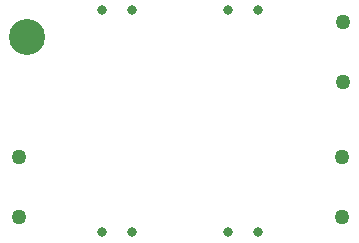
<source format=gbr>
%TF.GenerationSoftware,Altium Limited,Altium Designer,20.2.5 (213)*%
G04 Layer_Color=0*
%FSLAX26Y26*%
%MOIN*%
%TF.SameCoordinates,637A3126-0BF7-4E5B-B6EB-9DA5991B8759*%
%TF.FilePolarity,Positive*%
%TF.FileFunction,Plated,1,2,PTH,Drill*%
%TF.Part,Single*%
G01*
G75*
%TA.AperFunction,ComponentDrill*%
%ADD25C,0.032000*%
%ADD26C,0.050000*%
%TA.AperFunction,ViaDrill,NotFilled*%
%ADD27C,0.120000*%
D25*
X1970000Y4150000D02*
D03*
X1870000D02*
D03*
X1450000Y4150000D02*
D03*
X1550000Y4150000D02*
D03*
X1450000Y4890000D02*
D03*
X1550000D02*
D03*
X1870000D02*
D03*
X1970000D02*
D03*
D26*
X1175000Y4200000D02*
D03*
Y4400000D02*
D03*
X2250000D02*
D03*
Y4200000D02*
D03*
X2255000Y4850000D02*
D03*
Y4650000D02*
D03*
D27*
X1200000Y4800000D02*
D03*
%TF.MD5,9e429643a1c7829cfffcbe941453c400*%
M02*

</source>
